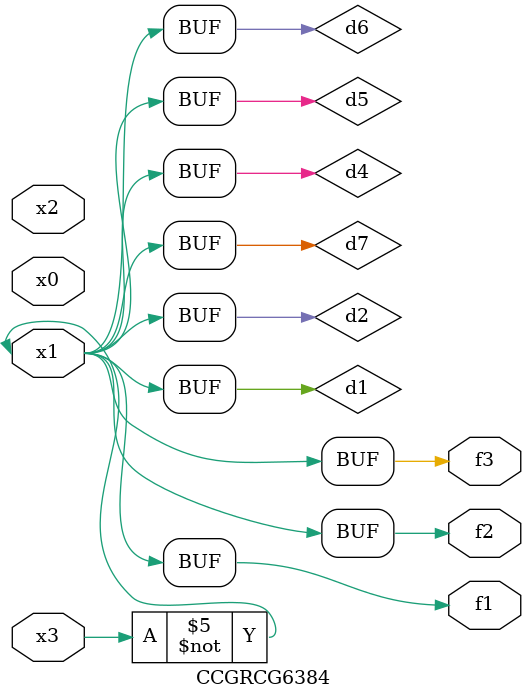
<source format=v>
module CCGRCG6384(
	input x0, x1, x2, x3,
	output f1, f2, f3
);

	wire d1, d2, d3, d4, d5, d6, d7;

	not (d1, x3);
	buf (d2, x1);
	xnor (d3, d1, d2);
	nor (d4, d1);
	buf (d5, d1, d2);
	buf (d6, d4, d5);
	nand (d7, d4);
	assign f1 = d6;
	assign f2 = d7;
	assign f3 = d6;
endmodule

</source>
